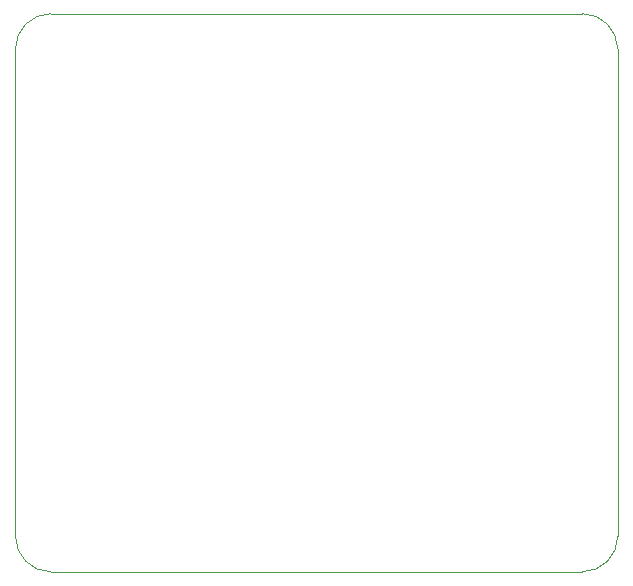
<source format=gbr>
%TF.GenerationSoftware,KiCad,Pcbnew,(6.0.4-0)*%
%TF.CreationDate,2023-06-16T16:22:12+02:00*%
%TF.ProjectId,EOL,454f4c2e-6b69-4636-9164-5f7063625858,rev?*%
%TF.SameCoordinates,Original*%
%TF.FileFunction,Profile,NP*%
%FSLAX46Y46*%
G04 Gerber Fmt 4.6, Leading zero omitted, Abs format (unit mm)*
G04 Created by KiCad (PCBNEW (6.0.4-0)) date 2023-06-16 16:22:12*
%MOMM*%
%LPD*%
G01*
G04 APERTURE LIST*
%TA.AperFunction,Profile*%
%ADD10C,0.050000*%
%TD*%
G04 APERTURE END LIST*
D10*
X17000000Y-9750000D02*
G75*
G03*
X14000000Y-12750000I0J-3000000D01*
G01*
X14000000Y-12750000D02*
X14000000Y-54000000D01*
X62000000Y-57000000D02*
G75*
G03*
X65000000Y-54000000I0J3000000D01*
G01*
X65000000Y-12750000D02*
G75*
G03*
X62000000Y-9750000I-3000000J0D01*
G01*
X65000000Y-54000000D02*
X65000000Y-12750000D01*
X62000000Y-9750000D02*
X17000000Y-9750000D01*
X17000000Y-57000000D02*
X62000000Y-57000000D01*
X14000000Y-54000000D02*
G75*
G03*
X17000000Y-57000000I3000000J0D01*
G01*
M02*

</source>
